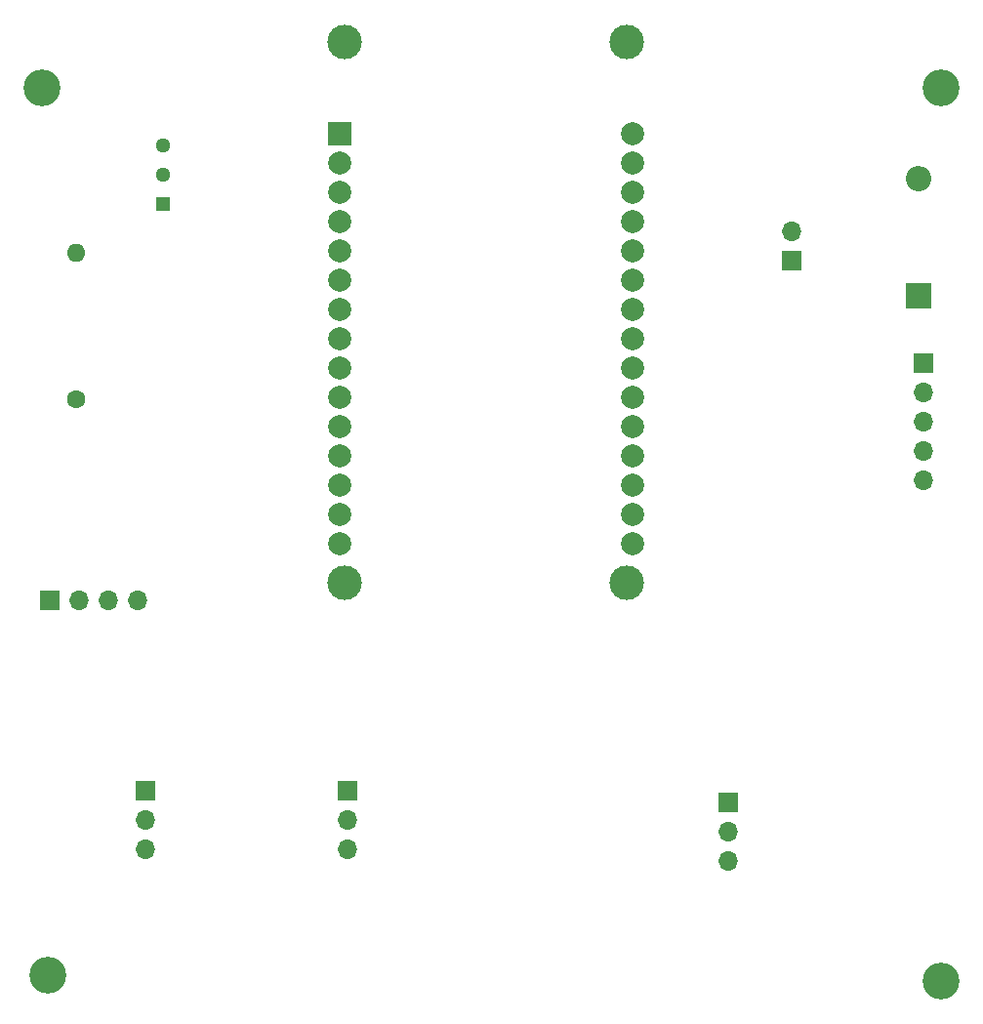
<source format=gbr>
%TF.GenerationSoftware,KiCad,Pcbnew,9.0.0*%
%TF.CreationDate,2025-03-05T16:28:05-05:00*%
%TF.ProjectId,Sistema-de-riego-automatico,53697374-656d-4612-9d64-652d72696567,rev?*%
%TF.SameCoordinates,Original*%
%TF.FileFunction,Soldermask,Bot*%
%TF.FilePolarity,Negative*%
%FSLAX46Y46*%
G04 Gerber Fmt 4.6, Leading zero omitted, Abs format (unit mm)*
G04 Created by KiCad (PCBNEW 9.0.0) date 2025-03-05 16:28:05*
%MOMM*%
%LPD*%
G01*
G04 APERTURE LIST*
%ADD10R,1.700000X1.700000*%
%ADD11O,1.700000X1.700000*%
%ADD12C,3.200000*%
%ADD13O,1.600000X1.600000*%
%ADD14C,1.600000*%
%ADD15C,2.000000*%
%ADD16R,2.000000X2.000000*%
%ADD17C,3.000000*%
%ADD18C,1.298000*%
%ADD19R,1.298000X1.298000*%
%ADD20O,2.200000X2.200000*%
%ADD21R,2.200000X2.200000*%
G04 APERTURE END LIST*
D10*
%TO.C,J5*%
X67025000Y-84960000D03*
D11*
X67025000Y-87500000D03*
X67025000Y-90040000D03*
%TD*%
D12*
%TO.C,REF\u002A\u002A*%
X41000000Y-101000000D03*
%TD*%
%TO.C,REF\u002A\u002A*%
X118500000Y-101500000D03*
%TD*%
%TO.C,REF\u002A\u002A*%
X40500000Y-24000000D03*
%TD*%
%TO.C,REF\u002A\u002A*%
X118500000Y-24000000D03*
%TD*%
D11*
%TO.C,J1*%
X100000000Y-91040000D03*
X100000000Y-88500000D03*
D10*
X100000000Y-85960000D03*
%TD*%
D11*
%TO.C,J2*%
X117000000Y-58080000D03*
X117000000Y-55540000D03*
X117000000Y-53000000D03*
X117000000Y-50460000D03*
D10*
X117000000Y-47920000D03*
%TD*%
D13*
%TO.C,R1*%
X43500000Y-38300000D03*
D14*
X43500000Y-51000000D03*
%TD*%
D15*
%TO.C,U1*%
X91700000Y-27985000D03*
X91700000Y-30525000D03*
X91700000Y-33065000D03*
X91700000Y-35605000D03*
X91700000Y-38145000D03*
X91700000Y-40685000D03*
X91700000Y-43225000D03*
X91700000Y-45765000D03*
X91700000Y-48305000D03*
X91700000Y-50845000D03*
X91700000Y-53385000D03*
X91700000Y-55925000D03*
X91700000Y-58465000D03*
X91700000Y-61005000D03*
X91700000Y-63545000D03*
X66300000Y-63545000D03*
X66300000Y-61005000D03*
X66300000Y-58465000D03*
X66300000Y-55925000D03*
X66300000Y-53385000D03*
X66300000Y-50845000D03*
X66300000Y-48305000D03*
X66300000Y-45765000D03*
X66300000Y-43225000D03*
X66300000Y-40685000D03*
X66300000Y-38145000D03*
X66300000Y-35605000D03*
X66300000Y-33065000D03*
X66300000Y-30525000D03*
D16*
X66300000Y-27985000D03*
D17*
X91230000Y-66975000D03*
X91230000Y-20025000D03*
X66720000Y-66975000D03*
X66720000Y-20025000D03*
%TD*%
D11*
%TO.C,J7*%
X49500000Y-90040000D03*
X49500000Y-87500000D03*
D10*
X49500000Y-84960000D03*
%TD*%
D11*
%TO.C,J3*%
X48820000Y-68500000D03*
X46280000Y-68500000D03*
X43740000Y-68500000D03*
D10*
X41200000Y-68500000D03*
%TD*%
D18*
%TO.C,Q1*%
X51000000Y-29000000D03*
X51000000Y-31540000D03*
D19*
X51000000Y-34080000D03*
%TD*%
D11*
%TO.C,J6*%
X105500000Y-36460000D03*
D10*
X105500000Y-39000000D03*
%TD*%
D20*
%TO.C,D1*%
X116500000Y-31920000D03*
D21*
X116500000Y-42080000D03*
%TD*%
M02*

</source>
